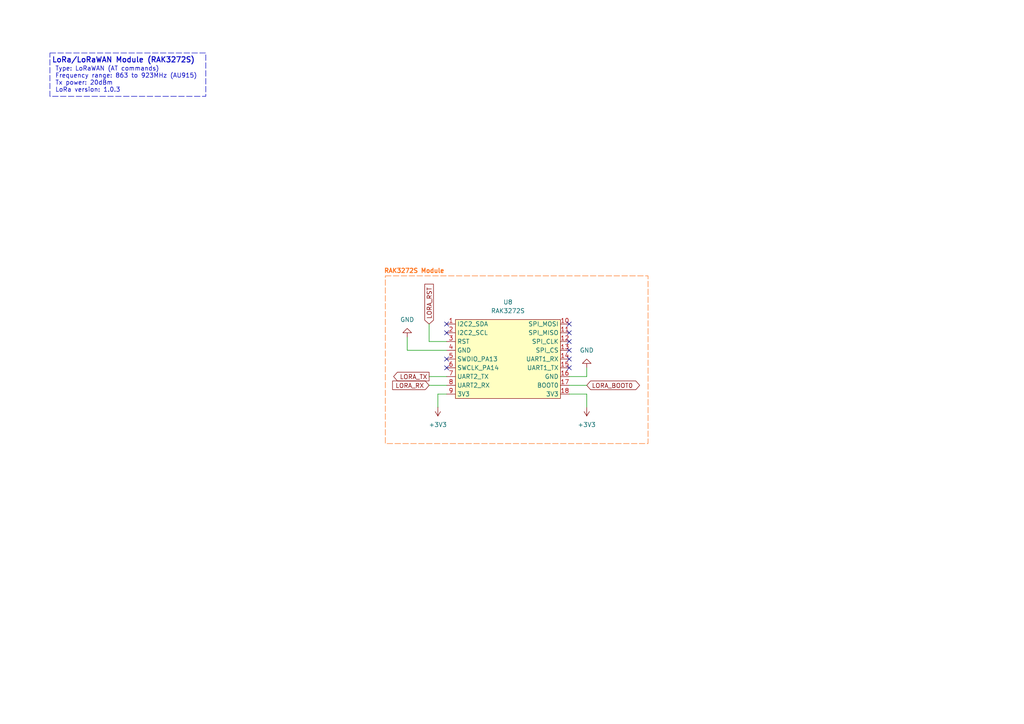
<source format=kicad_sch>
(kicad_sch (version 20250114) (generator "eeschema") (generator_version "9.0")
  (paper "A4")
  (title_block (title "ATL-100 (Multiparametric Station) - Main Board") (date "2025-06-05") (rev "v0.2.0") (company "AgroTechLab (Agribusiness Technology Development Laboratory)") (comment 1 "IFSC (Federal Institute of Santa Catarina)") (comment 2 "Author: Robson Costa (robson.costa@ifsc.edu.br)") (comment 3 "Licensed under CC-BY-SA 4.0") (comment 4 "LoRa/LoRaWAN (RAK3272S)"))
  (lib_symbols
    (symbol "AgroTechLab:RAK3272S"
      (property "Reference" "U" (at -14.732 12.7 0))
      (property "Value" "RAK3272S" (at 10.414 12.7 0))
      (symbol "RAK3272S_1_1"
        (rectangle (start -15.24 11.43) (end 15.24 -11.43) (fill (type background)))
        (pin bidirectional line (at -17.78 10.16 0) (length 2.54) (name "I2C2_SDA") (number "1"))
        (pin input line (at -17.78 7.62 0) (length 2.54) (name "I2C2_SCL") (number "2"))
        (pin input line (at -17.78 5.08 0) (length 2.54) (name "RST") (number "3"))
        (pin power_in line (at -17.78 2.54 0) (length 2.54) (name "GND") (number "4"))
        (pin bidirectional line (at -17.78 0 0) (length 2.54) (name "SWDIO_PA13") (number "5"))
        (pin bidirectional line (at -17.78 -2.54 0) (length 2.54) (name "SWCLK_PA14") (number "6"))
        (pin output line (at -17.78 -5.08 0) (length 2.54) (name "UART2_TX") (number "7"))
        (pin input line (at -17.78 -7.62 0) (length 2.54) (name "UART2_RX") (number "8"))
        (pin power_in line (at -17.78 -10.16 0) (length 2.54) (name "3V3") (number "9"))
        (pin input line (at 17.78 10.16 180) (length 2.54) (name "SPI_MOSI") (number "10"))
        (pin output line (at 17.78 7.62 180) (length 2.54) (name "SPI_MISO") (number "11"))
        (pin input line (at 17.78 5.08 180) (length 2.54) (name "SPI_CLK") (number "12"))
        (pin input line (at 17.78 2.54 180) (length 2.54) (name "SPI_CS") (number "13"))
        (pin input line (at 17.78 0 180) (length 2.54) (name "UART1_RX") (number "14"))
        (pin output line (at 17.78 -2.54 180) (length 2.54) (name "UART1_TX") (number "15"))
        (pin power_in line (at 17.78 -5.08 180) (length 2.54) (name "GND") (number "16"))
        (pin bidirectional line (at 17.78 -7.62 180) (length 2.54) (name "BOOT0") (number "17"))
        (pin power_in line (at 17.78 -10.16 180) (length 2.54) (name "3V3") (number "18"))
      )
    )
    (symbol "power:+3V3" (power) (pin_numbers (hide yes)) (pin_names (offset 0) (hide yes))
      (property "Value" "+3V3" (at 0 3.556 0))
      (symbol "+3V3_0_1"
        (polyline (pts (xy -0.762 1.27) (xy 0 2.54)))
        (polyline (pts (xy 0 2.54) (xy 0.762 1.27)))
        (polyline (pts (xy 0 0) (xy 0 2.54)))
      )
      (symbol "+3V3_1_1"
        (pin power_in line (at 0 0 90) (length 0) (name "~") (number "1"))
      )
    )
    (symbol "power:GND" (power) (pin_numbers (hide yes)) (pin_names (offset 0) (hide yes))
      (property "Value" "GND" (at 0 -3.81 0))
      (symbol "GND_0_1"
        (polyline (pts (xy 0 0) (xy 0 -1.27) (xy 1.27 -1.27) (xy 0 -2.54) (xy -1.27 -1.27) (xy 0 -1.27)))
      )
      (symbol "GND_1_1"
        (pin power_in line (at 0 0 270) (length 0) (name "~") (number "1"))
      )
    )
  )
  (rectangle (start 111.76 80.01) (end 187.96 128.651) (stroke (width 0) (type dash) (color 255 114 26 1)))
  (rectangle (start 14.478 15.367) (end 59.69 27.94) (stroke (width 0) (type dash)))
  (text "LoRa/LoRaWAN Module (RAK3272S)" (at 35.814 17.526 0) (effects (font (size 1.524 1.524) (thickness 0.254) (bold yes))))
  (text "Type: LoRaWAN (AT commands)\nFrequency range: 863 to 923MHz (AU915)\nTx power: 20dBm\nLoRa version: 1.0.3" (at 16.002 23.114 0) (effects (font (size 1.27 1.27)) (justify left)))
  (text "RAK3272S Module" (at 120.142 78.74 0) (effects (font (size 1.27 1.27) (thickness 0.254) (bold yes))))
  (no_connect (at 165.1 106.68))
  (no_connect (at 165.1 96.52))
  (no_connect (at 165.1 101.6))
  (no_connect (at 129.54 106.68))
  (no_connect (at 165.1 104.14))
  (no_connect (at 129.54 93.98))
  (no_connect (at 165.1 99.06))
  (no_connect (at 129.54 96.52))
  (no_connect (at 129.54 104.14))
  (no_connect (at 165.1 93.98))
  (wire (pts (xy 129.54 114.3) (xy 127 114.3)))
  (wire (pts (xy 170.18 114.3) (xy 170.18 118.11)))
  (wire (pts (xy 124.46 111.76) (xy 129.54 111.76)))
  (wire (pts (xy 170.18 109.22) (xy 170.18 106.68)))
  (wire (pts (xy 124.46 99.06) (xy 124.46 93.98)))
  (wire (pts (xy 118.11 101.6) (xy 118.11 97.79)))
  (wire (pts (xy 165.1 109.22) (xy 170.18 109.22)))
  (wire (pts (xy 129.54 101.6) (xy 118.11 101.6)))
  (wire (pts (xy 165.1 114.3) (xy 170.18 114.3)))
  (wire (pts (xy 165.1 111.76) (xy 170.18 111.76)))
  (wire (pts (xy 127 114.3) (xy 127 118.11)))
  (wire (pts (xy 129.54 99.06) (xy 124.46 99.06)))
  (wire (pts (xy 124.46 109.22) (xy 129.54 109.22)))
  (global_label "LORA_RST" (shape input) (at 124.46 93.98 90) (property "Intersheetrefs" "${INTERSHEET_REFS}" (effects (hide yes))))
  (global_label "LORA_RX" (shape input) (at 124.46 111.76 180) (property "Intersheetrefs" "${INTERSHEET_REFS}" (effects (hide yes))))
  (global_label "LORA_TX" (shape output) (at 124.46 109.22 180) (property "Intersheetrefs" "${INTERSHEET_REFS}" (effects (hide yes))))
  (global_label "LORA_BOOT0" (shape bidirectional) (at 170.18 111.76 0) (property "Intersheetrefs" "${INTERSHEET_REFS}" (effects (hide yes))))
  (symbol (lib_id "power:+3V3") (at 170.18 118.11 180) (unit 1)
    (property "Reference" "#PWR036" (effects (hide yes)))
    (property "Value" "+3V3" (at 170.18 123.19 0))
    (property "Description" "Power symbol creates a global label with name \"+3V3\"" (effects (hide yes)))
  )
  (symbol (lib_id "power:GND") (at 170.18 106.68 180) (unit 1)
    (property "Reference" "#PWR037" (effects (hide yes)))
    (property "Value" "GND" (at 170.18 101.6 0))
    (property "Description" "Power symbol creates a global label with name \"GND\" , ground" (effects (hide yes)))
  )
  (symbol (lib_id "power:GND") (at 118.11 97.79 180) (unit 1)
    (property "Reference" "#PWR038" (effects (hide yes)))
    (property "Value" "GND" (at 118.11 92.71 0))
    (property "Description" "Power symbol creates a global label with name \"GND\" , ground" (effects (hide yes)))
  )
  (symbol (lib_id "AgroTechLab:RAK3272S") (at 147.32 104.14 0) (unit 1)
    (property "Reference" "U8" (at 147.32 87.63 0))
    (property "Value" "RAK3272S" (at 147.32 90.17 0))
    (property "Footprint" "AgroTechLab:RAK3272S" (effects (hide yes)))
    (property "Description" "LoRa/LoRaWAN Module RAK3272S" (effects (hide yes)))
  )
  (symbol (lib_id "power:+3V3") (at 127 118.11 180) (unit 1)
    (property "Reference" "#PWR035" (effects (hide yes)))
    (property "Value" "+3V3" (at 127 123.19 0))
    (property "Description" "Power symbol creates a global label with name \"+3V3\"" (effects (hide yes)))
  )
)
</source>
